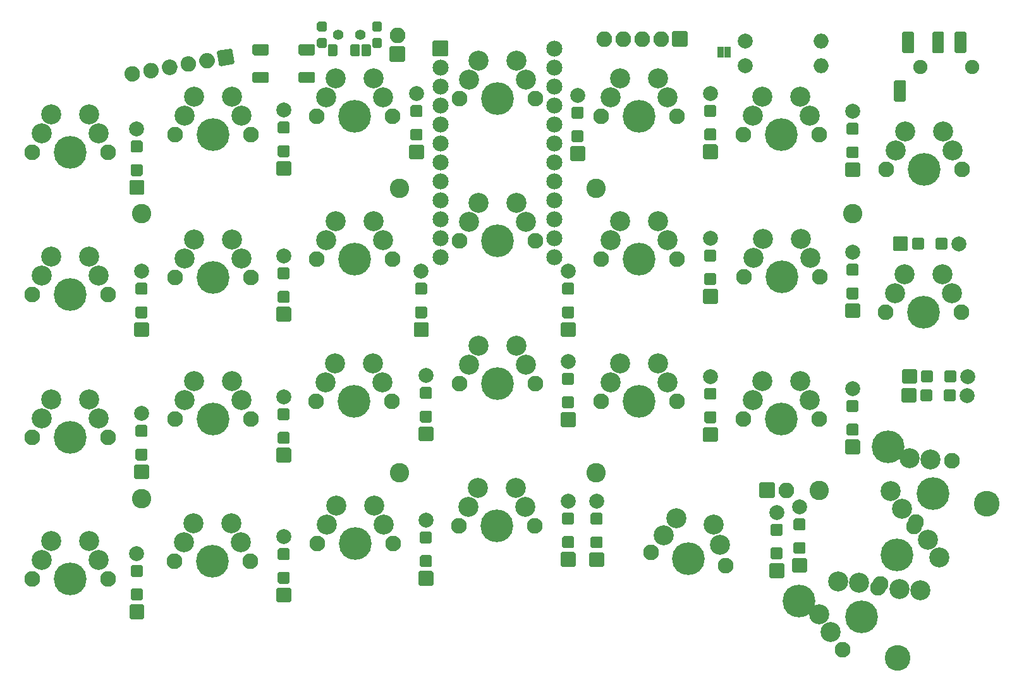
<source format=gbr>
%TF.GenerationSoftware,KiCad,Pcbnew,(5.1.10)-1*%
%TF.CreationDate,2021-10-25T17:00:00-06:00*%
%TF.ProjectId,ErgoTravel,4572676f-5472-4617-9665-6c2e6b696361,rev?*%
%TF.SameCoordinates,Original*%
%TF.FileFunction,Soldermask,Bot*%
%TF.FilePolarity,Negative*%
%FSLAX46Y46*%
G04 Gerber Fmt 4.6, Leading zero omitted, Abs format (unit mm)*
G04 Created by KiCad (PCBNEW (5.1.10)-1) date 2021-10-25 17:00:00*
%MOMM*%
%LPD*%
G01*
G04 APERTURE LIST*
%ADD10C,2.101800*%
%ADD11C,2.686000*%
%ADD12C,4.387800*%
%ADD13C,3.448000*%
%ADD14C,2.000000*%
%ADD15C,1.900000*%
%ADD16C,2.152600*%
%ADD17O,2.000000X2.000000*%
%ADD18C,2.600000*%
%ADD19O,2.100000X2.100000*%
%ADD20C,1.400000*%
G04 APERTURE END LIST*
D10*
%TO.C,K25*%
X197725698Y-113479428D03*
X192645698Y-122278246D03*
D11*
X199290403Y-115849280D03*
D12*
X195185698Y-117878837D03*
D11*
X198315107Y-122618542D03*
X200855107Y-118219132D03*
X195480403Y-122448394D03*
%TD*%
D13*
%TO.C,H1*%
X207184885Y-111065635D03*
X195284885Y-131677039D03*
D12*
X193986658Y-103445635D03*
X182086658Y-124057039D03*
%TD*%
D10*
%TO.C,K28*%
X197428008Y-114074808D03*
X202508008Y-105275990D03*
D11*
X195863303Y-111704956D03*
D12*
X199968008Y-109675399D03*
D11*
X196838599Y-104935694D03*
X194298599Y-109335104D03*
X199673303Y-105105842D03*
%TD*%
D10*
%TO.C,K27*%
X193657844Y-85377492D03*
X203817844Y-85377492D03*
D11*
X194927844Y-82837492D03*
D12*
X198737844Y-85377492D03*
D11*
X201277844Y-80297492D03*
X196197844Y-80297492D03*
X202547844Y-82837492D03*
%TD*%
D10*
%TO.C,K26*%
X193697978Y-66292754D03*
X203857978Y-66292754D03*
D11*
X194967978Y-63752754D03*
D12*
X198777978Y-66292754D03*
D11*
X201317978Y-61212754D03*
X196237978Y-61212754D03*
X202587978Y-63752754D03*
%TD*%
D10*
%TO.C,K24*%
X187862524Y-130619969D03*
X192942524Y-121821151D03*
D11*
X186297819Y-128250117D03*
D12*
X190402524Y-126220560D03*
D11*
X187273115Y-121480855D03*
X184733115Y-125880265D03*
X190107819Y-121651003D03*
%TD*%
D10*
%TO.C,K23*%
X174605684Y-99666612D03*
X184765684Y-99666612D03*
D11*
X175875684Y-97126612D03*
D12*
X179685684Y-99666612D03*
D11*
X182225684Y-94586612D03*
X177145684Y-94586612D03*
X183495684Y-97126612D03*
%TD*%
D10*
%TO.C,K22*%
X174665222Y-80673990D03*
X184825222Y-80673990D03*
D11*
X175935222Y-78133990D03*
D12*
X179745222Y-80673990D03*
D11*
X182285222Y-75593990D03*
X177205222Y-75593990D03*
X183555222Y-78133990D03*
%TD*%
D10*
%TO.C,K21*%
X174605684Y-61562292D03*
X184765684Y-61562292D03*
D11*
X175875684Y-59022292D03*
D12*
X179685684Y-61562292D03*
D11*
X182225684Y-56482292D03*
X177145684Y-56482292D03*
X183495684Y-59022292D03*
%TD*%
D10*
%TO.C,K20*%
X162239419Y-117538949D03*
X172245065Y-119303215D03*
D11*
X163931191Y-115258071D03*
D12*
X167242242Y-118421082D03*
D11*
X170625786Y-113859325D03*
X165622963Y-112977192D03*
X171435426Y-116581270D03*
%TD*%
D10*
%TO.C,K19*%
X155553524Y-97285092D03*
X165713524Y-97285092D03*
D11*
X156823524Y-94745092D03*
D12*
X160633524Y-97285092D03*
D11*
X163173524Y-92205092D03*
X158093524Y-92205092D03*
X164443524Y-94745092D03*
%TD*%
D10*
%TO.C,K18*%
X155553524Y-78292470D03*
X165713524Y-78292470D03*
D11*
X156823524Y-75752470D03*
D12*
X160633524Y-78292470D03*
D11*
X163173524Y-73212470D03*
X158093524Y-73212470D03*
X164443524Y-75752470D03*
%TD*%
D10*
%TO.C,K17*%
X155553524Y-59180772D03*
X165713524Y-59180772D03*
D11*
X156823524Y-56640772D03*
D12*
X160633524Y-59180772D03*
D11*
X163173524Y-54100772D03*
X158093524Y-54100772D03*
X164443524Y-56640772D03*
%TD*%
D10*
%TO.C,K16*%
X136501364Y-114015270D03*
X146661364Y-114015270D03*
D11*
X137771364Y-111475270D03*
D12*
X141581364Y-114015270D03*
D11*
X144121364Y-108935270D03*
X139041364Y-108935270D03*
X145391364Y-111475270D03*
%TD*%
D10*
%TO.C,K15*%
X136560902Y-94963110D03*
X146720902Y-94963110D03*
D11*
X137830902Y-92423110D03*
D12*
X141640902Y-94963110D03*
D11*
X144180902Y-89883110D03*
X139100902Y-89883110D03*
X145450902Y-92423110D03*
%TD*%
D10*
%TO.C,K14*%
X136541632Y-75851412D03*
X146701632Y-75851412D03*
D11*
X137811632Y-73311412D03*
D12*
X141621632Y-75851412D03*
D11*
X144161632Y-70771412D03*
X139081632Y-70771412D03*
X145431632Y-73311412D03*
%TD*%
D10*
%TO.C,K13*%
X136580172Y-56799252D03*
X146740172Y-56799252D03*
D11*
X137850172Y-54259252D03*
D12*
X141660172Y-56799252D03*
D11*
X144200172Y-51719252D03*
X139120172Y-51719252D03*
X145470172Y-54259252D03*
%TD*%
D10*
%TO.C,K12*%
X117489472Y-116396790D03*
X127649472Y-116396790D03*
D11*
X118759472Y-113856790D03*
D12*
X122569472Y-116396790D03*
D11*
X125109472Y-111316790D03*
X120029472Y-111316790D03*
X126379472Y-113856790D03*
%TD*%
D10*
%TO.C,K11*%
X117389666Y-97285092D03*
X127549666Y-97285092D03*
D11*
X118659666Y-94745092D03*
D12*
X122469666Y-97285092D03*
D11*
X125009666Y-92205092D03*
X119929666Y-92205092D03*
X126279666Y-94745092D03*
%TD*%
D10*
%TO.C,K10*%
X117449204Y-78292470D03*
X127609204Y-78292470D03*
D11*
X118719204Y-75752470D03*
D12*
X122529204Y-78292470D03*
D11*
X125069204Y-73212470D03*
X119989204Y-73212470D03*
X126339204Y-75752470D03*
%TD*%
D10*
%TO.C,K9*%
X117449204Y-59121234D03*
X127609204Y-59121234D03*
D11*
X118719204Y-56581234D03*
D12*
X122529204Y-59121234D03*
D11*
X125069204Y-54041234D03*
X119989204Y-54041234D03*
X126339204Y-56581234D03*
%TD*%
D10*
%TO.C,K8*%
X98397044Y-118778310D03*
X108557044Y-118778310D03*
D11*
X99667044Y-116238310D03*
D12*
X103477044Y-118778310D03*
D11*
X106017044Y-113698310D03*
X100937044Y-113698310D03*
X107287044Y-116238310D03*
%TD*%
D10*
%TO.C,K7*%
X98456582Y-99666612D03*
X108616582Y-99666612D03*
D11*
X99726582Y-97126612D03*
D12*
X103536582Y-99666612D03*
D11*
X106076582Y-94586612D03*
X100996582Y-94586612D03*
X107346582Y-97126612D03*
%TD*%
D10*
%TO.C,K6*%
X98456582Y-80733528D03*
X108616582Y-80733528D03*
D11*
X99726582Y-78193528D03*
D12*
X103536582Y-80733528D03*
D11*
X106076582Y-75653528D03*
X100996582Y-75653528D03*
X107346582Y-78193528D03*
%TD*%
D10*
%TO.C,K5*%
X98456582Y-61621830D03*
X108616582Y-61621830D03*
D11*
X99726582Y-59081830D03*
D12*
X103536582Y-61621830D03*
D11*
X106076582Y-56541830D03*
X100996582Y-56541830D03*
X107346582Y-59081830D03*
%TD*%
D10*
%TO.C,K4*%
X79344884Y-121100292D03*
X89504884Y-121100292D03*
D11*
X80614884Y-118560292D03*
D12*
X84424884Y-121100292D03*
D11*
X86964884Y-116020292D03*
X81884884Y-116020292D03*
X88234884Y-118560292D03*
%TD*%
D10*
%TO.C,K3*%
X79344884Y-102107670D03*
X89504884Y-102107670D03*
D11*
X80614884Y-99567670D03*
D12*
X84424884Y-102107670D03*
D11*
X86964884Y-97027670D03*
X81884884Y-97027670D03*
X88234884Y-99567670D03*
%TD*%
D10*
%TO.C,K2*%
X79344884Y-83055510D03*
X89504884Y-83055510D03*
D11*
X80614884Y-80515510D03*
D12*
X84424884Y-83055510D03*
D11*
X86964884Y-77975510D03*
X81884884Y-77975510D03*
X88234884Y-80515510D03*
%TD*%
D10*
%TO.C,K1*%
X79364288Y-63943812D03*
X89524288Y-63943812D03*
D11*
X80634288Y-61403812D03*
D12*
X84444288Y-63943812D03*
D11*
X86984288Y-58863812D03*
X81904288Y-58863812D03*
X88254288Y-61403812D03*
%TD*%
%TO.C,D1*%
G36*
G01*
X93945000Y-67145000D02*
X92745000Y-67145000D01*
G75*
G02*
X92545000Y-66945000I0J200000D01*
G01*
X92545000Y-65745000D01*
G75*
G02*
X92745000Y-65545000I200000J0D01*
G01*
X93945000Y-65545000D01*
G75*
G02*
X94145000Y-65745000I0J-200000D01*
G01*
X94145000Y-66945000D01*
G75*
G02*
X93945000Y-67145000I-200000J0D01*
G01*
G37*
G36*
G01*
X93945000Y-63995000D02*
X92745000Y-63995000D01*
G75*
G02*
X92545000Y-63795000I0J200000D01*
G01*
X92545000Y-62595000D01*
G75*
G02*
X92745000Y-62395000I200000J0D01*
G01*
X93945000Y-62395000D01*
G75*
G02*
X94145000Y-62595000I0J-200000D01*
G01*
X94145000Y-63795000D01*
G75*
G02*
X93945000Y-63995000I-200000J0D01*
G01*
G37*
G36*
G01*
X94145000Y-69670000D02*
X92545000Y-69670000D01*
G75*
G02*
X92345000Y-69470000I0J200000D01*
G01*
X92345000Y-67870000D01*
G75*
G02*
X92545000Y-67670000I200000J0D01*
G01*
X94145000Y-67670000D01*
G75*
G02*
X94345000Y-67870000I0J-200000D01*
G01*
X94345000Y-69470000D01*
G75*
G02*
X94145000Y-69670000I-200000J0D01*
G01*
G37*
D14*
X93345000Y-60870000D03*
%TD*%
%TO.C,D2*%
G36*
G01*
X94580000Y-86195000D02*
X93380000Y-86195000D01*
G75*
G02*
X93180000Y-85995000I0J200000D01*
G01*
X93180000Y-84795000D01*
G75*
G02*
X93380000Y-84595000I200000J0D01*
G01*
X94580000Y-84595000D01*
G75*
G02*
X94780000Y-84795000I0J-200000D01*
G01*
X94780000Y-85995000D01*
G75*
G02*
X94580000Y-86195000I-200000J0D01*
G01*
G37*
G36*
G01*
X94580000Y-83045000D02*
X93380000Y-83045000D01*
G75*
G02*
X93180000Y-82845000I0J200000D01*
G01*
X93180000Y-81645000D01*
G75*
G02*
X93380000Y-81445000I200000J0D01*
G01*
X94580000Y-81445000D01*
G75*
G02*
X94780000Y-81645000I0J-200000D01*
G01*
X94780000Y-82845000D01*
G75*
G02*
X94580000Y-83045000I-200000J0D01*
G01*
G37*
G36*
G01*
X94780000Y-88720000D02*
X93180000Y-88720000D01*
G75*
G02*
X92980000Y-88520000I0J200000D01*
G01*
X92980000Y-86920000D01*
G75*
G02*
X93180000Y-86720000I200000J0D01*
G01*
X94780000Y-86720000D01*
G75*
G02*
X94980000Y-86920000I0J-200000D01*
G01*
X94980000Y-88520000D01*
G75*
G02*
X94780000Y-88720000I-200000J0D01*
G01*
G37*
X93980000Y-79920000D03*
%TD*%
%TO.C,D3*%
G36*
G01*
X94580000Y-105245000D02*
X93380000Y-105245000D01*
G75*
G02*
X93180000Y-105045000I0J200000D01*
G01*
X93180000Y-103845000D01*
G75*
G02*
X93380000Y-103645000I200000J0D01*
G01*
X94580000Y-103645000D01*
G75*
G02*
X94780000Y-103845000I0J-200000D01*
G01*
X94780000Y-105045000D01*
G75*
G02*
X94580000Y-105245000I-200000J0D01*
G01*
G37*
G36*
G01*
X94580000Y-102095000D02*
X93380000Y-102095000D01*
G75*
G02*
X93180000Y-101895000I0J200000D01*
G01*
X93180000Y-100695000D01*
G75*
G02*
X93380000Y-100495000I200000J0D01*
G01*
X94580000Y-100495000D01*
G75*
G02*
X94780000Y-100695000I0J-200000D01*
G01*
X94780000Y-101895000D01*
G75*
G02*
X94580000Y-102095000I-200000J0D01*
G01*
G37*
G36*
G01*
X94780000Y-107770000D02*
X93180000Y-107770000D01*
G75*
G02*
X92980000Y-107570000I0J200000D01*
G01*
X92980000Y-105970000D01*
G75*
G02*
X93180000Y-105770000I200000J0D01*
G01*
X94780000Y-105770000D01*
G75*
G02*
X94980000Y-105970000I0J-200000D01*
G01*
X94980000Y-107570000D01*
G75*
G02*
X94780000Y-107770000I-200000J0D01*
G01*
G37*
X93980000Y-98970000D03*
%TD*%
%TO.C,D4*%
G36*
G01*
X93945000Y-123990000D02*
X92745000Y-123990000D01*
G75*
G02*
X92545000Y-123790000I0J200000D01*
G01*
X92545000Y-122590000D01*
G75*
G02*
X92745000Y-122390000I200000J0D01*
G01*
X93945000Y-122390000D01*
G75*
G02*
X94145000Y-122590000I0J-200000D01*
G01*
X94145000Y-123790000D01*
G75*
G02*
X93945000Y-123990000I-200000J0D01*
G01*
G37*
G36*
G01*
X93945000Y-120840000D02*
X92745000Y-120840000D01*
G75*
G02*
X92545000Y-120640000I0J200000D01*
G01*
X92545000Y-119440000D01*
G75*
G02*
X92745000Y-119240000I200000J0D01*
G01*
X93945000Y-119240000D01*
G75*
G02*
X94145000Y-119440000I0J-200000D01*
G01*
X94145000Y-120640000D01*
G75*
G02*
X93945000Y-120840000I-200000J0D01*
G01*
G37*
G36*
G01*
X94145000Y-126515000D02*
X92545000Y-126515000D01*
G75*
G02*
X92345000Y-126315000I0J200000D01*
G01*
X92345000Y-124715000D01*
G75*
G02*
X92545000Y-124515000I200000J0D01*
G01*
X94145000Y-124515000D01*
G75*
G02*
X94345000Y-124715000I0J-200000D01*
G01*
X94345000Y-126315000D01*
G75*
G02*
X94145000Y-126515000I-200000J0D01*
G01*
G37*
X93345000Y-117715000D03*
%TD*%
%TO.C,D5*%
G36*
G01*
X113630000Y-64605000D02*
X112430000Y-64605000D01*
G75*
G02*
X112230000Y-64405000I0J200000D01*
G01*
X112230000Y-63205000D01*
G75*
G02*
X112430000Y-63005000I200000J0D01*
G01*
X113630000Y-63005000D01*
G75*
G02*
X113830000Y-63205000I0J-200000D01*
G01*
X113830000Y-64405000D01*
G75*
G02*
X113630000Y-64605000I-200000J0D01*
G01*
G37*
G36*
G01*
X113630000Y-61455000D02*
X112430000Y-61455000D01*
G75*
G02*
X112230000Y-61255000I0J200000D01*
G01*
X112230000Y-60055000D01*
G75*
G02*
X112430000Y-59855000I200000J0D01*
G01*
X113630000Y-59855000D01*
G75*
G02*
X113830000Y-60055000I0J-200000D01*
G01*
X113830000Y-61255000D01*
G75*
G02*
X113630000Y-61455000I-200000J0D01*
G01*
G37*
G36*
G01*
X113830000Y-67130000D02*
X112230000Y-67130000D01*
G75*
G02*
X112030000Y-66930000I0J200000D01*
G01*
X112030000Y-65330000D01*
G75*
G02*
X112230000Y-65130000I200000J0D01*
G01*
X113830000Y-65130000D01*
G75*
G02*
X114030000Y-65330000I0J-200000D01*
G01*
X114030000Y-66930000D01*
G75*
G02*
X113830000Y-67130000I-200000J0D01*
G01*
G37*
X113030000Y-58330000D03*
%TD*%
%TO.C,D6*%
G36*
G01*
X113630000Y-84130000D02*
X112430000Y-84130000D01*
G75*
G02*
X112230000Y-83930000I0J200000D01*
G01*
X112230000Y-82730000D01*
G75*
G02*
X112430000Y-82530000I200000J0D01*
G01*
X113630000Y-82530000D01*
G75*
G02*
X113830000Y-82730000I0J-200000D01*
G01*
X113830000Y-83930000D01*
G75*
G02*
X113630000Y-84130000I-200000J0D01*
G01*
G37*
G36*
G01*
X113630000Y-80980000D02*
X112430000Y-80980000D01*
G75*
G02*
X112230000Y-80780000I0J200000D01*
G01*
X112230000Y-79580000D01*
G75*
G02*
X112430000Y-79380000I200000J0D01*
G01*
X113630000Y-79380000D01*
G75*
G02*
X113830000Y-79580000I0J-200000D01*
G01*
X113830000Y-80780000D01*
G75*
G02*
X113630000Y-80980000I-200000J0D01*
G01*
G37*
G36*
G01*
X113830000Y-86655000D02*
X112230000Y-86655000D01*
G75*
G02*
X112030000Y-86455000I0J200000D01*
G01*
X112030000Y-84855000D01*
G75*
G02*
X112230000Y-84655000I200000J0D01*
G01*
X113830000Y-84655000D01*
G75*
G02*
X114030000Y-84855000I0J-200000D01*
G01*
X114030000Y-86455000D01*
G75*
G02*
X113830000Y-86655000I-200000J0D01*
G01*
G37*
X113030000Y-77855000D03*
%TD*%
%TO.C,D7*%
G36*
G01*
X113630000Y-103010000D02*
X112430000Y-103010000D01*
G75*
G02*
X112230000Y-102810000I0J200000D01*
G01*
X112230000Y-101610000D01*
G75*
G02*
X112430000Y-101410000I200000J0D01*
G01*
X113630000Y-101410000D01*
G75*
G02*
X113830000Y-101610000I0J-200000D01*
G01*
X113830000Y-102810000D01*
G75*
G02*
X113630000Y-103010000I-200000J0D01*
G01*
G37*
G36*
G01*
X113630000Y-99860000D02*
X112430000Y-99860000D01*
G75*
G02*
X112230000Y-99660000I0J200000D01*
G01*
X112230000Y-98460000D01*
G75*
G02*
X112430000Y-98260000I200000J0D01*
G01*
X113630000Y-98260000D01*
G75*
G02*
X113830000Y-98460000I0J-200000D01*
G01*
X113830000Y-99660000D01*
G75*
G02*
X113630000Y-99860000I-200000J0D01*
G01*
G37*
G36*
G01*
X113830000Y-105535000D02*
X112230000Y-105535000D01*
G75*
G02*
X112030000Y-105335000I0J200000D01*
G01*
X112030000Y-103735000D01*
G75*
G02*
X112230000Y-103535000I200000J0D01*
G01*
X113830000Y-103535000D01*
G75*
G02*
X114030000Y-103735000I0J-200000D01*
G01*
X114030000Y-105335000D01*
G75*
G02*
X113830000Y-105535000I-200000J0D01*
G01*
G37*
X113030000Y-96735000D03*
%TD*%
%TO.C,D8*%
G36*
G01*
X113630000Y-121755000D02*
X112430000Y-121755000D01*
G75*
G02*
X112230000Y-121555000I0J200000D01*
G01*
X112230000Y-120355000D01*
G75*
G02*
X112430000Y-120155000I200000J0D01*
G01*
X113630000Y-120155000D01*
G75*
G02*
X113830000Y-120355000I0J-200000D01*
G01*
X113830000Y-121555000D01*
G75*
G02*
X113630000Y-121755000I-200000J0D01*
G01*
G37*
G36*
G01*
X113630000Y-118605000D02*
X112430000Y-118605000D01*
G75*
G02*
X112230000Y-118405000I0J200000D01*
G01*
X112230000Y-117205000D01*
G75*
G02*
X112430000Y-117005000I200000J0D01*
G01*
X113630000Y-117005000D01*
G75*
G02*
X113830000Y-117205000I0J-200000D01*
G01*
X113830000Y-118405000D01*
G75*
G02*
X113630000Y-118605000I-200000J0D01*
G01*
G37*
G36*
G01*
X113830000Y-124280000D02*
X112230000Y-124280000D01*
G75*
G02*
X112030000Y-124080000I0J200000D01*
G01*
X112030000Y-122480000D01*
G75*
G02*
X112230000Y-122280000I200000J0D01*
G01*
X113830000Y-122280000D01*
G75*
G02*
X114030000Y-122480000I0J-200000D01*
G01*
X114030000Y-124080000D01*
G75*
G02*
X113830000Y-124280000I-200000J0D01*
G01*
G37*
X113030000Y-115480000D03*
%TD*%
%TO.C,D9*%
G36*
G01*
X131410000Y-62395000D02*
X130210000Y-62395000D01*
G75*
G02*
X130010000Y-62195000I0J200000D01*
G01*
X130010000Y-60995000D01*
G75*
G02*
X130210000Y-60795000I200000J0D01*
G01*
X131410000Y-60795000D01*
G75*
G02*
X131610000Y-60995000I0J-200000D01*
G01*
X131610000Y-62195000D01*
G75*
G02*
X131410000Y-62395000I-200000J0D01*
G01*
G37*
G36*
G01*
X131410000Y-59245000D02*
X130210000Y-59245000D01*
G75*
G02*
X130010000Y-59045000I0J200000D01*
G01*
X130010000Y-57845000D01*
G75*
G02*
X130210000Y-57645000I200000J0D01*
G01*
X131410000Y-57645000D01*
G75*
G02*
X131610000Y-57845000I0J-200000D01*
G01*
X131610000Y-59045000D01*
G75*
G02*
X131410000Y-59245000I-200000J0D01*
G01*
G37*
G36*
G01*
X131610000Y-64920000D02*
X130010000Y-64920000D01*
G75*
G02*
X129810000Y-64720000I0J200000D01*
G01*
X129810000Y-63120000D01*
G75*
G02*
X130010000Y-62920000I200000J0D01*
G01*
X131610000Y-62920000D01*
G75*
G02*
X131810000Y-63120000I0J-200000D01*
G01*
X131810000Y-64720000D01*
G75*
G02*
X131610000Y-64920000I-200000J0D01*
G01*
G37*
X130810000Y-56120000D03*
%TD*%
%TO.C,D10*%
G36*
G01*
X132045000Y-86195000D02*
X130845000Y-86195000D01*
G75*
G02*
X130645000Y-85995000I0J200000D01*
G01*
X130645000Y-84795000D01*
G75*
G02*
X130845000Y-84595000I200000J0D01*
G01*
X132045000Y-84595000D01*
G75*
G02*
X132245000Y-84795000I0J-200000D01*
G01*
X132245000Y-85995000D01*
G75*
G02*
X132045000Y-86195000I-200000J0D01*
G01*
G37*
G36*
G01*
X132045000Y-83045000D02*
X130845000Y-83045000D01*
G75*
G02*
X130645000Y-82845000I0J200000D01*
G01*
X130645000Y-81645000D01*
G75*
G02*
X130845000Y-81445000I200000J0D01*
G01*
X132045000Y-81445000D01*
G75*
G02*
X132245000Y-81645000I0J-200000D01*
G01*
X132245000Y-82845000D01*
G75*
G02*
X132045000Y-83045000I-200000J0D01*
G01*
G37*
G36*
G01*
X132245000Y-88720000D02*
X130645000Y-88720000D01*
G75*
G02*
X130445000Y-88520000I0J200000D01*
G01*
X130445000Y-86920000D01*
G75*
G02*
X130645000Y-86720000I200000J0D01*
G01*
X132245000Y-86720000D01*
G75*
G02*
X132445000Y-86920000I0J-200000D01*
G01*
X132445000Y-88520000D01*
G75*
G02*
X132245000Y-88720000I-200000J0D01*
G01*
G37*
X131445000Y-79920000D03*
%TD*%
%TO.C,D11*%
G36*
G01*
X132680000Y-100165000D02*
X131480000Y-100165000D01*
G75*
G02*
X131280000Y-99965000I0J200000D01*
G01*
X131280000Y-98765000D01*
G75*
G02*
X131480000Y-98565000I200000J0D01*
G01*
X132680000Y-98565000D01*
G75*
G02*
X132880000Y-98765000I0J-200000D01*
G01*
X132880000Y-99965000D01*
G75*
G02*
X132680000Y-100165000I-200000J0D01*
G01*
G37*
G36*
G01*
X132680000Y-97015000D02*
X131480000Y-97015000D01*
G75*
G02*
X131280000Y-96815000I0J200000D01*
G01*
X131280000Y-95615000D01*
G75*
G02*
X131480000Y-95415000I200000J0D01*
G01*
X132680000Y-95415000D01*
G75*
G02*
X132880000Y-95615000I0J-200000D01*
G01*
X132880000Y-96815000D01*
G75*
G02*
X132680000Y-97015000I-200000J0D01*
G01*
G37*
G36*
G01*
X132880000Y-102690000D02*
X131280000Y-102690000D01*
G75*
G02*
X131080000Y-102490000I0J200000D01*
G01*
X131080000Y-100890000D01*
G75*
G02*
X131280000Y-100690000I200000J0D01*
G01*
X132880000Y-100690000D01*
G75*
G02*
X133080000Y-100890000I0J-200000D01*
G01*
X133080000Y-102490000D01*
G75*
G02*
X132880000Y-102690000I-200000J0D01*
G01*
G37*
X132080000Y-93890000D03*
%TD*%
%TO.C,D12*%
G36*
G01*
X132680000Y-119520000D02*
X131480000Y-119520000D01*
G75*
G02*
X131280000Y-119320000I0J200000D01*
G01*
X131280000Y-118120000D01*
G75*
G02*
X131480000Y-117920000I200000J0D01*
G01*
X132680000Y-117920000D01*
G75*
G02*
X132880000Y-118120000I0J-200000D01*
G01*
X132880000Y-119320000D01*
G75*
G02*
X132680000Y-119520000I-200000J0D01*
G01*
G37*
G36*
G01*
X132680000Y-116370000D02*
X131480000Y-116370000D01*
G75*
G02*
X131280000Y-116170000I0J200000D01*
G01*
X131280000Y-114970000D01*
G75*
G02*
X131480000Y-114770000I200000J0D01*
G01*
X132680000Y-114770000D01*
G75*
G02*
X132880000Y-114970000I0J-200000D01*
G01*
X132880000Y-116170000D01*
G75*
G02*
X132680000Y-116370000I-200000J0D01*
G01*
G37*
G36*
G01*
X132880000Y-122045000D02*
X131280000Y-122045000D01*
G75*
G02*
X131080000Y-121845000I0J200000D01*
G01*
X131080000Y-120245000D01*
G75*
G02*
X131280000Y-120045000I200000J0D01*
G01*
X132880000Y-120045000D01*
G75*
G02*
X133080000Y-120245000I0J-200000D01*
G01*
X133080000Y-121845000D01*
G75*
G02*
X132880000Y-122045000I-200000J0D01*
G01*
G37*
X132080000Y-113245000D03*
%TD*%
%TO.C,D13*%
G36*
G01*
X153000000Y-62610000D02*
X151800000Y-62610000D01*
G75*
G02*
X151600000Y-62410000I0J200000D01*
G01*
X151600000Y-61210000D01*
G75*
G02*
X151800000Y-61010000I200000J0D01*
G01*
X153000000Y-61010000D01*
G75*
G02*
X153200000Y-61210000I0J-200000D01*
G01*
X153200000Y-62410000D01*
G75*
G02*
X153000000Y-62610000I-200000J0D01*
G01*
G37*
G36*
G01*
X153000000Y-59460000D02*
X151800000Y-59460000D01*
G75*
G02*
X151600000Y-59260000I0J200000D01*
G01*
X151600000Y-58060000D01*
G75*
G02*
X151800000Y-57860000I200000J0D01*
G01*
X153000000Y-57860000D01*
G75*
G02*
X153200000Y-58060000I0J-200000D01*
G01*
X153200000Y-59260000D01*
G75*
G02*
X153000000Y-59460000I-200000J0D01*
G01*
G37*
G36*
G01*
X153200000Y-65135000D02*
X151600000Y-65135000D01*
G75*
G02*
X151400000Y-64935000I0J200000D01*
G01*
X151400000Y-63335000D01*
G75*
G02*
X151600000Y-63135000I200000J0D01*
G01*
X153200000Y-63135000D01*
G75*
G02*
X153400000Y-63335000I0J-200000D01*
G01*
X153400000Y-64935000D01*
G75*
G02*
X153200000Y-65135000I-200000J0D01*
G01*
G37*
X152400000Y-56335000D03*
%TD*%
%TO.C,D14*%
G36*
G01*
X151730000Y-86195000D02*
X150530000Y-86195000D01*
G75*
G02*
X150330000Y-85995000I0J200000D01*
G01*
X150330000Y-84795000D01*
G75*
G02*
X150530000Y-84595000I200000J0D01*
G01*
X151730000Y-84595000D01*
G75*
G02*
X151930000Y-84795000I0J-200000D01*
G01*
X151930000Y-85995000D01*
G75*
G02*
X151730000Y-86195000I-200000J0D01*
G01*
G37*
G36*
G01*
X151730000Y-83045000D02*
X150530000Y-83045000D01*
G75*
G02*
X150330000Y-82845000I0J200000D01*
G01*
X150330000Y-81645000D01*
G75*
G02*
X150530000Y-81445000I200000J0D01*
G01*
X151730000Y-81445000D01*
G75*
G02*
X151930000Y-81645000I0J-200000D01*
G01*
X151930000Y-82845000D01*
G75*
G02*
X151730000Y-83045000I-200000J0D01*
G01*
G37*
G36*
G01*
X151930000Y-88720000D02*
X150330000Y-88720000D01*
G75*
G02*
X150130000Y-88520000I0J200000D01*
G01*
X150130000Y-86920000D01*
G75*
G02*
X150330000Y-86720000I200000J0D01*
G01*
X151930000Y-86720000D01*
G75*
G02*
X152130000Y-86920000I0J-200000D01*
G01*
X152130000Y-88520000D01*
G75*
G02*
X151930000Y-88720000I-200000J0D01*
G01*
G37*
X151130000Y-79920000D03*
%TD*%
%TO.C,D15*%
G36*
G01*
X151730000Y-98260000D02*
X150530000Y-98260000D01*
G75*
G02*
X150330000Y-98060000I0J200000D01*
G01*
X150330000Y-96860000D01*
G75*
G02*
X150530000Y-96660000I200000J0D01*
G01*
X151730000Y-96660000D01*
G75*
G02*
X151930000Y-96860000I0J-200000D01*
G01*
X151930000Y-98060000D01*
G75*
G02*
X151730000Y-98260000I-200000J0D01*
G01*
G37*
G36*
G01*
X151730000Y-95110000D02*
X150530000Y-95110000D01*
G75*
G02*
X150330000Y-94910000I0J200000D01*
G01*
X150330000Y-93710000D01*
G75*
G02*
X150530000Y-93510000I200000J0D01*
G01*
X151730000Y-93510000D01*
G75*
G02*
X151930000Y-93710000I0J-200000D01*
G01*
X151930000Y-94910000D01*
G75*
G02*
X151730000Y-95110000I-200000J0D01*
G01*
G37*
G36*
G01*
X151930000Y-100785000D02*
X150330000Y-100785000D01*
G75*
G02*
X150130000Y-100585000I0J200000D01*
G01*
X150130000Y-98985000D01*
G75*
G02*
X150330000Y-98785000I200000J0D01*
G01*
X151930000Y-98785000D01*
G75*
G02*
X152130000Y-98985000I0J-200000D01*
G01*
X152130000Y-100585000D01*
G75*
G02*
X151930000Y-100785000I-200000J0D01*
G01*
G37*
X151130000Y-91985000D03*
%TD*%
%TO.C,D16*%
G36*
G01*
X151730000Y-116980000D02*
X150530000Y-116980000D01*
G75*
G02*
X150330000Y-116780000I0J200000D01*
G01*
X150330000Y-115580000D01*
G75*
G02*
X150530000Y-115380000I200000J0D01*
G01*
X151730000Y-115380000D01*
G75*
G02*
X151930000Y-115580000I0J-200000D01*
G01*
X151930000Y-116780000D01*
G75*
G02*
X151730000Y-116980000I-200000J0D01*
G01*
G37*
G36*
G01*
X151730000Y-113830000D02*
X150530000Y-113830000D01*
G75*
G02*
X150330000Y-113630000I0J200000D01*
G01*
X150330000Y-112430000D01*
G75*
G02*
X150530000Y-112230000I200000J0D01*
G01*
X151730000Y-112230000D01*
G75*
G02*
X151930000Y-112430000I0J-200000D01*
G01*
X151930000Y-113630000D01*
G75*
G02*
X151730000Y-113830000I-200000J0D01*
G01*
G37*
G36*
G01*
X151930000Y-119505000D02*
X150330000Y-119505000D01*
G75*
G02*
X150130000Y-119305000I0J200000D01*
G01*
X150130000Y-117705000D01*
G75*
G02*
X150330000Y-117505000I200000J0D01*
G01*
X151930000Y-117505000D01*
G75*
G02*
X152130000Y-117705000I0J-200000D01*
G01*
X152130000Y-119305000D01*
G75*
G02*
X151930000Y-119505000I-200000J0D01*
G01*
G37*
X151130000Y-110705000D03*
%TD*%
%TO.C,D17*%
G36*
G01*
X170780000Y-62370000D02*
X169580000Y-62370000D01*
G75*
G02*
X169380000Y-62170000I0J200000D01*
G01*
X169380000Y-60970000D01*
G75*
G02*
X169580000Y-60770000I200000J0D01*
G01*
X170780000Y-60770000D01*
G75*
G02*
X170980000Y-60970000I0J-200000D01*
G01*
X170980000Y-62170000D01*
G75*
G02*
X170780000Y-62370000I-200000J0D01*
G01*
G37*
G36*
G01*
X170780000Y-59220000D02*
X169580000Y-59220000D01*
G75*
G02*
X169380000Y-59020000I0J200000D01*
G01*
X169380000Y-57820000D01*
G75*
G02*
X169580000Y-57620000I200000J0D01*
G01*
X170780000Y-57620000D01*
G75*
G02*
X170980000Y-57820000I0J-200000D01*
G01*
X170980000Y-59020000D01*
G75*
G02*
X170780000Y-59220000I-200000J0D01*
G01*
G37*
G36*
G01*
X170980000Y-64895000D02*
X169380000Y-64895000D01*
G75*
G02*
X169180000Y-64695000I0J200000D01*
G01*
X169180000Y-63095000D01*
G75*
G02*
X169380000Y-62895000I200000J0D01*
G01*
X170980000Y-62895000D01*
G75*
G02*
X171180000Y-63095000I0J-200000D01*
G01*
X171180000Y-64695000D01*
G75*
G02*
X170980000Y-64895000I-200000J0D01*
G01*
G37*
X170180000Y-56095000D03*
%TD*%
%TO.C,D18*%
G36*
G01*
X170780000Y-81750000D02*
X169580000Y-81750000D01*
G75*
G02*
X169380000Y-81550000I0J200000D01*
G01*
X169380000Y-80350000D01*
G75*
G02*
X169580000Y-80150000I200000J0D01*
G01*
X170780000Y-80150000D01*
G75*
G02*
X170980000Y-80350000I0J-200000D01*
G01*
X170980000Y-81550000D01*
G75*
G02*
X170780000Y-81750000I-200000J0D01*
G01*
G37*
G36*
G01*
X170780000Y-78600000D02*
X169580000Y-78600000D01*
G75*
G02*
X169380000Y-78400000I0J200000D01*
G01*
X169380000Y-77200000D01*
G75*
G02*
X169580000Y-77000000I200000J0D01*
G01*
X170780000Y-77000000D01*
G75*
G02*
X170980000Y-77200000I0J-200000D01*
G01*
X170980000Y-78400000D01*
G75*
G02*
X170780000Y-78600000I-200000J0D01*
G01*
G37*
G36*
G01*
X170980000Y-84275000D02*
X169380000Y-84275000D01*
G75*
G02*
X169180000Y-84075000I0J200000D01*
G01*
X169180000Y-82475000D01*
G75*
G02*
X169380000Y-82275000I200000J0D01*
G01*
X170980000Y-82275000D01*
G75*
G02*
X171180000Y-82475000I0J-200000D01*
G01*
X171180000Y-84075000D01*
G75*
G02*
X170980000Y-84275000I-200000J0D01*
G01*
G37*
X170180000Y-75475000D03*
%TD*%
%TO.C,D19*%
G36*
G01*
X170780000Y-100255000D02*
X169580000Y-100255000D01*
G75*
G02*
X169380000Y-100055000I0J200000D01*
G01*
X169380000Y-98855000D01*
G75*
G02*
X169580000Y-98655000I200000J0D01*
G01*
X170780000Y-98655000D01*
G75*
G02*
X170980000Y-98855000I0J-200000D01*
G01*
X170980000Y-100055000D01*
G75*
G02*
X170780000Y-100255000I-200000J0D01*
G01*
G37*
G36*
G01*
X170780000Y-97105000D02*
X169580000Y-97105000D01*
G75*
G02*
X169380000Y-96905000I0J200000D01*
G01*
X169380000Y-95705000D01*
G75*
G02*
X169580000Y-95505000I200000J0D01*
G01*
X170780000Y-95505000D01*
G75*
G02*
X170980000Y-95705000I0J-200000D01*
G01*
X170980000Y-96905000D01*
G75*
G02*
X170780000Y-97105000I-200000J0D01*
G01*
G37*
G36*
G01*
X170980000Y-102780000D02*
X169380000Y-102780000D01*
G75*
G02*
X169180000Y-102580000I0J200000D01*
G01*
X169180000Y-100980000D01*
G75*
G02*
X169380000Y-100780000I200000J0D01*
G01*
X170980000Y-100780000D01*
G75*
G02*
X171180000Y-100980000I0J-200000D01*
G01*
X171180000Y-102580000D01*
G75*
G02*
X170980000Y-102780000I-200000J0D01*
G01*
G37*
X170180000Y-93980000D03*
%TD*%
%TO.C,D20*%
G36*
G01*
X179670000Y-118490000D02*
X178470000Y-118490000D01*
G75*
G02*
X178270000Y-118290000I0J200000D01*
G01*
X178270000Y-117090000D01*
G75*
G02*
X178470000Y-116890000I200000J0D01*
G01*
X179670000Y-116890000D01*
G75*
G02*
X179870000Y-117090000I0J-200000D01*
G01*
X179870000Y-118290000D01*
G75*
G02*
X179670000Y-118490000I-200000J0D01*
G01*
G37*
G36*
G01*
X179670000Y-115340000D02*
X178470000Y-115340000D01*
G75*
G02*
X178270000Y-115140000I0J200000D01*
G01*
X178270000Y-113940000D01*
G75*
G02*
X178470000Y-113740000I200000J0D01*
G01*
X179670000Y-113740000D01*
G75*
G02*
X179870000Y-113940000I0J-200000D01*
G01*
X179870000Y-115140000D01*
G75*
G02*
X179670000Y-115340000I-200000J0D01*
G01*
G37*
G36*
G01*
X179870000Y-121015000D02*
X178270000Y-121015000D01*
G75*
G02*
X178070000Y-120815000I0J200000D01*
G01*
X178070000Y-119215000D01*
G75*
G02*
X178270000Y-119015000I200000J0D01*
G01*
X179870000Y-119015000D01*
G75*
G02*
X180070000Y-119215000I0J-200000D01*
G01*
X180070000Y-120815000D01*
G75*
G02*
X179870000Y-121015000I-200000J0D01*
G01*
G37*
X179070000Y-112215000D03*
%TD*%
%TO.C,D21*%
G36*
G01*
X189830000Y-64765000D02*
X188630000Y-64765000D01*
G75*
G02*
X188430000Y-64565000I0J200000D01*
G01*
X188430000Y-63365000D01*
G75*
G02*
X188630000Y-63165000I200000J0D01*
G01*
X189830000Y-63165000D01*
G75*
G02*
X190030000Y-63365000I0J-200000D01*
G01*
X190030000Y-64565000D01*
G75*
G02*
X189830000Y-64765000I-200000J0D01*
G01*
G37*
G36*
G01*
X189830000Y-61615000D02*
X188630000Y-61615000D01*
G75*
G02*
X188430000Y-61415000I0J200000D01*
G01*
X188430000Y-60215000D01*
G75*
G02*
X188630000Y-60015000I200000J0D01*
G01*
X189830000Y-60015000D01*
G75*
G02*
X190030000Y-60215000I0J-200000D01*
G01*
X190030000Y-61415000D01*
G75*
G02*
X189830000Y-61615000I-200000J0D01*
G01*
G37*
G36*
G01*
X190030000Y-67290000D02*
X188430000Y-67290000D01*
G75*
G02*
X188230000Y-67090000I0J200000D01*
G01*
X188230000Y-65490000D01*
G75*
G02*
X188430000Y-65290000I200000J0D01*
G01*
X190030000Y-65290000D01*
G75*
G02*
X190230000Y-65490000I0J-200000D01*
G01*
X190230000Y-67090000D01*
G75*
G02*
X190030000Y-67290000I-200000J0D01*
G01*
G37*
X189230000Y-58490000D03*
%TD*%
%TO.C,D22*%
G36*
G01*
X189830000Y-83655000D02*
X188630000Y-83655000D01*
G75*
G02*
X188430000Y-83455000I0J200000D01*
G01*
X188430000Y-82255000D01*
G75*
G02*
X188630000Y-82055000I200000J0D01*
G01*
X189830000Y-82055000D01*
G75*
G02*
X190030000Y-82255000I0J-200000D01*
G01*
X190030000Y-83455000D01*
G75*
G02*
X189830000Y-83655000I-200000J0D01*
G01*
G37*
G36*
G01*
X189830000Y-80505000D02*
X188630000Y-80505000D01*
G75*
G02*
X188430000Y-80305000I0J200000D01*
G01*
X188430000Y-79105000D01*
G75*
G02*
X188630000Y-78905000I200000J0D01*
G01*
X189830000Y-78905000D01*
G75*
G02*
X190030000Y-79105000I0J-200000D01*
G01*
X190030000Y-80305000D01*
G75*
G02*
X189830000Y-80505000I-200000J0D01*
G01*
G37*
G36*
G01*
X190030000Y-86180000D02*
X188430000Y-86180000D01*
G75*
G02*
X188230000Y-85980000I0J200000D01*
G01*
X188230000Y-84380000D01*
G75*
G02*
X188430000Y-84180000I200000J0D01*
G01*
X190030000Y-84180000D01*
G75*
G02*
X190230000Y-84380000I0J-200000D01*
G01*
X190230000Y-85980000D01*
G75*
G02*
X190030000Y-86180000I-200000J0D01*
G01*
G37*
X189230000Y-77380000D03*
%TD*%
%TO.C,D23*%
G36*
G01*
X189830000Y-101910000D02*
X188630000Y-101910000D01*
G75*
G02*
X188430000Y-101710000I0J200000D01*
G01*
X188430000Y-100510000D01*
G75*
G02*
X188630000Y-100310000I200000J0D01*
G01*
X189830000Y-100310000D01*
G75*
G02*
X190030000Y-100510000I0J-200000D01*
G01*
X190030000Y-101710000D01*
G75*
G02*
X189830000Y-101910000I-200000J0D01*
G01*
G37*
G36*
G01*
X189830000Y-98760000D02*
X188630000Y-98760000D01*
G75*
G02*
X188430000Y-98560000I0J200000D01*
G01*
X188430000Y-97360000D01*
G75*
G02*
X188630000Y-97160000I200000J0D01*
G01*
X189830000Y-97160000D01*
G75*
G02*
X190030000Y-97360000I0J-200000D01*
G01*
X190030000Y-98560000D01*
G75*
G02*
X189830000Y-98760000I-200000J0D01*
G01*
G37*
G36*
G01*
X190030000Y-104435000D02*
X188430000Y-104435000D01*
G75*
G02*
X188230000Y-104235000I0J200000D01*
G01*
X188230000Y-102635000D01*
G75*
G02*
X188430000Y-102435000I200000J0D01*
G01*
X190030000Y-102435000D01*
G75*
G02*
X190230000Y-102635000I0J-200000D01*
G01*
X190230000Y-104235000D01*
G75*
G02*
X190030000Y-104435000I-200000J0D01*
G01*
G37*
X189230000Y-95635000D03*
%TD*%
%TO.C,D24*%
G36*
G01*
X182718000Y-117767000D02*
X181518000Y-117767000D01*
G75*
G02*
X181318000Y-117567000I0J200000D01*
G01*
X181318000Y-116367000D01*
G75*
G02*
X181518000Y-116167000I200000J0D01*
G01*
X182718000Y-116167000D01*
G75*
G02*
X182918000Y-116367000I0J-200000D01*
G01*
X182918000Y-117567000D01*
G75*
G02*
X182718000Y-117767000I-200000J0D01*
G01*
G37*
G36*
G01*
X182718000Y-114617000D02*
X181518000Y-114617000D01*
G75*
G02*
X181318000Y-114417000I0J200000D01*
G01*
X181318000Y-113217000D01*
G75*
G02*
X181518000Y-113017000I200000J0D01*
G01*
X182718000Y-113017000D01*
G75*
G02*
X182918000Y-113217000I0J-200000D01*
G01*
X182918000Y-114417000D01*
G75*
G02*
X182718000Y-114617000I-200000J0D01*
G01*
G37*
G36*
G01*
X182918000Y-120292000D02*
X181318000Y-120292000D01*
G75*
G02*
X181118000Y-120092000I0J200000D01*
G01*
X181118000Y-118492000D01*
G75*
G02*
X181318000Y-118292000I200000J0D01*
G01*
X182918000Y-118292000D01*
G75*
G02*
X183118000Y-118492000I0J-200000D01*
G01*
X183118000Y-120092000D01*
G75*
G02*
X182918000Y-120292000I-200000J0D01*
G01*
G37*
X182118000Y-111492000D03*
%TD*%
%TO.C,D25*%
G36*
G01*
X197175000Y-76800000D02*
X197175000Y-75600000D01*
G75*
G02*
X197375000Y-75400000I200000J0D01*
G01*
X198575000Y-75400000D01*
G75*
G02*
X198775000Y-75600000I0J-200000D01*
G01*
X198775000Y-76800000D01*
G75*
G02*
X198575000Y-77000000I-200000J0D01*
G01*
X197375000Y-77000000D01*
G75*
G02*
X197175000Y-76800000I0J200000D01*
G01*
G37*
G36*
G01*
X200325000Y-76800000D02*
X200325000Y-75600000D01*
G75*
G02*
X200525000Y-75400000I200000J0D01*
G01*
X201725000Y-75400000D01*
G75*
G02*
X201925000Y-75600000I0J-200000D01*
G01*
X201925000Y-76800000D01*
G75*
G02*
X201725000Y-77000000I-200000J0D01*
G01*
X200525000Y-77000000D01*
G75*
G02*
X200325000Y-76800000I0J200000D01*
G01*
G37*
G36*
G01*
X194650000Y-77000000D02*
X194650000Y-75400000D01*
G75*
G02*
X194850000Y-75200000I200000J0D01*
G01*
X196450000Y-75200000D01*
G75*
G02*
X196650000Y-75400000I0J-200000D01*
G01*
X196650000Y-77000000D01*
G75*
G02*
X196450000Y-77200000I-200000J0D01*
G01*
X194850000Y-77200000D01*
G75*
G02*
X194650000Y-77000000I0J200000D01*
G01*
G37*
X203450000Y-76200000D03*
%TD*%
%TO.C,D26*%
G36*
G01*
X198375000Y-94580000D02*
X198375000Y-93380000D01*
G75*
G02*
X198575000Y-93180000I200000J0D01*
G01*
X199775000Y-93180000D01*
G75*
G02*
X199975000Y-93380000I0J-200000D01*
G01*
X199975000Y-94580000D01*
G75*
G02*
X199775000Y-94780000I-200000J0D01*
G01*
X198575000Y-94780000D01*
G75*
G02*
X198375000Y-94580000I0J200000D01*
G01*
G37*
G36*
G01*
X201525000Y-94580000D02*
X201525000Y-93380000D01*
G75*
G02*
X201725000Y-93180000I200000J0D01*
G01*
X202925000Y-93180000D01*
G75*
G02*
X203125000Y-93380000I0J-200000D01*
G01*
X203125000Y-94580000D01*
G75*
G02*
X202925000Y-94780000I-200000J0D01*
G01*
X201725000Y-94780000D01*
G75*
G02*
X201525000Y-94580000I0J200000D01*
G01*
G37*
G36*
G01*
X195850000Y-94780000D02*
X195850000Y-93180000D01*
G75*
G02*
X196050000Y-92980000I200000J0D01*
G01*
X197650000Y-92980000D01*
G75*
G02*
X197850000Y-93180000I0J-200000D01*
G01*
X197850000Y-94780000D01*
G75*
G02*
X197650000Y-94980000I-200000J0D01*
G01*
X196050000Y-94980000D01*
G75*
G02*
X195850000Y-94780000I0J200000D01*
G01*
G37*
X204650000Y-93980000D03*
%TD*%
%TO.C,D27*%
G36*
G01*
X198285000Y-97120000D02*
X198285000Y-95920000D01*
G75*
G02*
X198485000Y-95720000I200000J0D01*
G01*
X199685000Y-95720000D01*
G75*
G02*
X199885000Y-95920000I0J-200000D01*
G01*
X199885000Y-97120000D01*
G75*
G02*
X199685000Y-97320000I-200000J0D01*
G01*
X198485000Y-97320000D01*
G75*
G02*
X198285000Y-97120000I0J200000D01*
G01*
G37*
G36*
G01*
X201435000Y-97120000D02*
X201435000Y-95920000D01*
G75*
G02*
X201635000Y-95720000I200000J0D01*
G01*
X202835000Y-95720000D01*
G75*
G02*
X203035000Y-95920000I0J-200000D01*
G01*
X203035000Y-97120000D01*
G75*
G02*
X202835000Y-97320000I-200000J0D01*
G01*
X201635000Y-97320000D01*
G75*
G02*
X201435000Y-97120000I0J200000D01*
G01*
G37*
G36*
G01*
X195760000Y-97320000D02*
X195760000Y-95720000D01*
G75*
G02*
X195960000Y-95520000I200000J0D01*
G01*
X197560000Y-95520000D01*
G75*
G02*
X197760000Y-95720000I0J-200000D01*
G01*
X197760000Y-97320000D01*
G75*
G02*
X197560000Y-97520000I-200000J0D01*
G01*
X195960000Y-97520000D01*
G75*
G02*
X195760000Y-97320000I0J200000D01*
G01*
G37*
X204560000Y-96520000D03*
%TD*%
D15*
%TO.C,J2*%
X205275000Y-52500000D03*
X198275000Y-52500000D03*
%TD*%
%TO.C,J3*%
G36*
G01*
X196375000Y-54500000D02*
X196375000Y-57000000D01*
G75*
G02*
X196175000Y-57200000I-200000J0D01*
G01*
X194975000Y-57200000D01*
G75*
G02*
X194775000Y-57000000I0J200000D01*
G01*
X194775000Y-54500000D01*
G75*
G02*
X194975000Y-54300000I200000J0D01*
G01*
X196175000Y-54300000D01*
G75*
G02*
X196375000Y-54500000I0J-200000D01*
G01*
G37*
G36*
G01*
X197475000Y-48000000D02*
X197475000Y-50500000D01*
G75*
G02*
X197275000Y-50700000I-200000J0D01*
G01*
X196075000Y-50700000D01*
G75*
G02*
X195875000Y-50500000I0J200000D01*
G01*
X195875000Y-48000000D01*
G75*
G02*
X196075000Y-47800000I200000J0D01*
G01*
X197275000Y-47800000D01*
G75*
G02*
X197475000Y-48000000I0J-200000D01*
G01*
G37*
G36*
G01*
X201475000Y-48000000D02*
X201475000Y-50500000D01*
G75*
G02*
X201275000Y-50700000I-200000J0D01*
G01*
X200075000Y-50700000D01*
G75*
G02*
X199875000Y-50500000I0J200000D01*
G01*
X199875000Y-48000000D01*
G75*
G02*
X200075000Y-47800000I200000J0D01*
G01*
X201275000Y-47800000D01*
G75*
G02*
X201475000Y-48000000I0J-200000D01*
G01*
G37*
G36*
G01*
X204475000Y-48000000D02*
X204475000Y-50500000D01*
G75*
G02*
X204275000Y-50700000I-200000J0D01*
G01*
X203075000Y-50700000D01*
G75*
G02*
X202875000Y-50500000I0J200000D01*
G01*
X202875000Y-48000000D01*
G75*
G02*
X203075000Y-47800000I200000J0D01*
G01*
X204275000Y-47800000D01*
G75*
G02*
X204475000Y-48000000I0J-200000D01*
G01*
G37*
X205275000Y-52500000D03*
X198275000Y-52500000D03*
%TD*%
%TO.C,SW2*%
G36*
G01*
X108830000Y-54470000D02*
X108830000Y-53370000D01*
G75*
G02*
X109030000Y-53170000I200000J0D01*
G01*
X110830000Y-53170000D01*
G75*
G02*
X111030000Y-53370000I0J-200000D01*
G01*
X111030000Y-54470000D01*
G75*
G02*
X110830000Y-54670000I-200000J0D01*
G01*
X109030000Y-54670000D01*
G75*
G02*
X108830000Y-54470000I0J200000D01*
G01*
G37*
G36*
G01*
X115030000Y-54470000D02*
X115030000Y-53370000D01*
G75*
G02*
X115230000Y-53170000I200000J0D01*
G01*
X117030000Y-53170000D01*
G75*
G02*
X117230000Y-53370000I0J-200000D01*
G01*
X117230000Y-54470000D01*
G75*
G02*
X117030000Y-54670000I-200000J0D01*
G01*
X115230000Y-54670000D01*
G75*
G02*
X115030000Y-54470000I0J200000D01*
G01*
G37*
G36*
G01*
X108830000Y-50770000D02*
X108830000Y-49670000D01*
G75*
G02*
X109030000Y-49470000I200000J0D01*
G01*
X110830000Y-49470000D01*
G75*
G02*
X111030000Y-49670000I0J-200000D01*
G01*
X111030000Y-50770000D01*
G75*
G02*
X110830000Y-50970000I-200000J0D01*
G01*
X109030000Y-50970000D01*
G75*
G02*
X108830000Y-50770000I0J200000D01*
G01*
G37*
G36*
G01*
X115030000Y-50770000D02*
X115030000Y-49670000D01*
G75*
G02*
X115230000Y-49470000I200000J0D01*
G01*
X117030000Y-49470000D01*
G75*
G02*
X117230000Y-49670000I0J-200000D01*
G01*
X117230000Y-50770000D01*
G75*
G02*
X117030000Y-50970000I-200000J0D01*
G01*
X115230000Y-50970000D01*
G75*
G02*
X115030000Y-50770000I0J200000D01*
G01*
G37*
%TD*%
%TO.C,U1*%
G36*
G01*
X133143738Y-48977700D02*
X134896338Y-48977700D01*
G75*
G02*
X135096338Y-49177700I0J-200000D01*
G01*
X135096338Y-50930300D01*
G75*
G02*
X134896338Y-51130300I-200000J0D01*
G01*
X133143738Y-51130300D01*
G75*
G02*
X132943738Y-50930300I0J200000D01*
G01*
X132943738Y-49177700D01*
G75*
G02*
X133143738Y-48977700I200000J0D01*
G01*
G37*
D16*
X134020038Y-52594000D03*
X134020038Y-55134000D03*
X134020038Y-57674000D03*
X134020038Y-60214000D03*
X134020038Y-62754000D03*
X134020038Y-65294000D03*
X134020038Y-67834000D03*
X134020038Y-70374000D03*
X134020038Y-72914000D03*
X134020038Y-75454000D03*
X134020038Y-77994000D03*
X149260038Y-77994000D03*
X149260038Y-75454000D03*
X149260038Y-72914000D03*
X149260038Y-70374000D03*
X149260038Y-67834000D03*
X149260038Y-65294000D03*
X149260038Y-62754000D03*
X149260038Y-60214000D03*
X149260038Y-57674000D03*
X149260038Y-55134000D03*
X149260038Y-52594000D03*
X149260038Y-50054000D03*
%TD*%
%TO.C,J4*%
G36*
G01*
X104236229Y-50363552D02*
X105910403Y-50068350D01*
G75*
G02*
X106142095Y-50230582I34730J-196962D01*
G01*
X106437297Y-51904756D01*
G75*
G02*
X106275065Y-52136448I-196962J-34730D01*
G01*
X104600891Y-52431650D01*
G75*
G02*
X104369199Y-52269418I-34730J196962D01*
G01*
X104073997Y-50595244D01*
G75*
G02*
X104236229Y-50363552I196962J34730D01*
G01*
G37*
G36*
G01*
X102571904Y-50657018D02*
X102571904Y-50657018D01*
G75*
G02*
X103788283Y-51508735I182331J-1034048D01*
G01*
X103788283Y-51508735D01*
G75*
G02*
X102936566Y-52725114I-1034048J-182331D01*
G01*
X102936566Y-52725114D01*
G75*
G02*
X101720187Y-51873397I-182331J1034048D01*
G01*
X101720187Y-51873397D01*
G75*
G02*
X102571904Y-50657018I1034048J182331D01*
G01*
G37*
G36*
G01*
X100070493Y-51098085D02*
X100070493Y-51098085D01*
G75*
G02*
X101286872Y-51949802I182331J-1034048D01*
G01*
X101286872Y-51949802D01*
G75*
G02*
X100435155Y-53166181I-1034048J-182331D01*
G01*
X100435155Y-53166181D01*
G75*
G02*
X99218776Y-52314464I-182331J1034048D01*
G01*
X99218776Y-52314464D01*
G75*
G02*
X100070493Y-51098085I1034048J182331D01*
G01*
G37*
G36*
G01*
X97569081Y-51539151D02*
X97569081Y-51539151D01*
G75*
G02*
X98785460Y-52390868I182331J-1034048D01*
G01*
X98785460Y-52390868D01*
G75*
G02*
X97933743Y-53607247I-1034048J-182331D01*
G01*
X97933743Y-53607247D01*
G75*
G02*
X96717364Y-52755530I-182331J1034048D01*
G01*
X96717364Y-52755530D01*
G75*
G02*
X97569081Y-51539151I1034048J182331D01*
G01*
G37*
G36*
G01*
X95067669Y-51980217D02*
X95067669Y-51980217D01*
G75*
G02*
X96284048Y-52831934I182331J-1034048D01*
G01*
X96284048Y-52831934D01*
G75*
G02*
X95432331Y-54048313I-1034048J-182331D01*
G01*
X95432331Y-54048313D01*
G75*
G02*
X94215952Y-53196596I-182331J1034048D01*
G01*
X94215952Y-53196596D01*
G75*
G02*
X95067669Y-51980217I1034048J182331D01*
G01*
G37*
G36*
G01*
X92566258Y-52421284D02*
X92566258Y-52421284D01*
G75*
G02*
X93782637Y-53273001I182331J-1034048D01*
G01*
X93782637Y-53273001D01*
G75*
G02*
X92930920Y-54489380I-1034048J-182331D01*
G01*
X92930920Y-54489380D01*
G75*
G02*
X91714541Y-53637663I-182331J1034048D01*
G01*
X91714541Y-53637663D01*
G75*
G02*
X92566258Y-52421284I1034048J182331D01*
G01*
G37*
%TD*%
D14*
%TO.C,R1*%
X174863760Y-52324000D03*
D17*
X185023760Y-52324000D03*
%TD*%
D14*
%TO.C,R2*%
X174830740Y-49022000D03*
D17*
X184990740Y-49022000D03*
%TD*%
D18*
%TO.C,J5*%
X93960000Y-110350000D03*
%TD*%
%TO.C,J6*%
X93960000Y-72150000D03*
%TD*%
%TO.C,J7*%
X189250000Y-72150000D03*
%TD*%
%TO.C,J8*%
X184785000Y-109220000D03*
%TD*%
%TO.C,J9*%
X128500000Y-68750000D03*
%TD*%
%TO.C,J10*%
X128500000Y-106850000D03*
%TD*%
%TO.C,J11*%
X154910000Y-68750000D03*
%TD*%
%TO.C,J12*%
X154910000Y-106850000D03*
%TD*%
%TO.C,J1*%
G36*
G01*
X165266000Y-47718000D02*
X166966000Y-47718000D01*
G75*
G02*
X167166000Y-47918000I0J-200000D01*
G01*
X167166000Y-49618000D01*
G75*
G02*
X166966000Y-49818000I-200000J0D01*
G01*
X165266000Y-49818000D01*
G75*
G02*
X165066000Y-49618000I0J200000D01*
G01*
X165066000Y-47918000D01*
G75*
G02*
X165266000Y-47718000I200000J0D01*
G01*
G37*
D19*
X163576000Y-48768000D03*
X161036000Y-48768000D03*
X158496000Y-48768000D03*
X155956000Y-48768000D03*
%TD*%
%TO.C,SJ1*%
G36*
G01*
X172065000Y-51246000D02*
X172065000Y-49846000D01*
G75*
G02*
X172066000Y-49845000I1000J0D01*
G01*
X172866000Y-49845000D01*
G75*
G02*
X172867000Y-49846000I0J-1000D01*
G01*
X172867000Y-51246000D01*
G75*
G02*
X172866000Y-51247000I-1000J0D01*
G01*
X172066000Y-51247000D01*
G75*
G02*
X172065000Y-51246000I0J1000D01*
G01*
G37*
G36*
G01*
X171165000Y-51246000D02*
X171165000Y-49846000D01*
G75*
G02*
X171166000Y-49845000I1000J0D01*
G01*
X171966000Y-49845000D01*
G75*
G02*
X171967000Y-49846000I0J-1000D01*
G01*
X171967000Y-51246000D01*
G75*
G02*
X171966000Y-51247000I-1000J0D01*
G01*
X171166000Y-51247000D01*
G75*
G02*
X171165000Y-51246000I0J1000D01*
G01*
G37*
G36*
G01*
X171165000Y-51246000D02*
X171165000Y-49846000D01*
G75*
G02*
X171166000Y-49845000I1000J0D01*
G01*
X171966000Y-49845000D01*
G75*
G02*
X171967000Y-49846000I0J-1000D01*
G01*
X171967000Y-51246000D01*
G75*
G02*
X171966000Y-51247000I-1000J0D01*
G01*
X171166000Y-51247000D01*
G75*
G02*
X171165000Y-51246000I0J1000D01*
G01*
G37*
G36*
G01*
X172065000Y-51246000D02*
X172065000Y-49846000D01*
G75*
G02*
X172066000Y-49845000I1000J0D01*
G01*
X172866000Y-49845000D01*
G75*
G02*
X172867000Y-49846000I0J-1000D01*
G01*
X172867000Y-51246000D01*
G75*
G02*
X172866000Y-51247000I-1000J0D01*
G01*
X172066000Y-51247000D01*
G75*
G02*
X172065000Y-51246000I0J1000D01*
G01*
G37*
%TD*%
%TO.C,D28*%
G36*
G01*
X155540000Y-117004999D02*
X154340000Y-117004999D01*
G75*
G02*
X154140000Y-116804999I0J200000D01*
G01*
X154140000Y-115604999D01*
G75*
G02*
X154340000Y-115404999I200000J0D01*
G01*
X155540000Y-115404999D01*
G75*
G02*
X155740000Y-115604999I0J-200000D01*
G01*
X155740000Y-116804999D01*
G75*
G02*
X155540000Y-117004999I-200000J0D01*
G01*
G37*
G36*
G01*
X155540000Y-113854999D02*
X154340000Y-113854999D01*
G75*
G02*
X154140000Y-113654999I0J200000D01*
G01*
X154140000Y-112454999D01*
G75*
G02*
X154340000Y-112254999I200000J0D01*
G01*
X155540000Y-112254999D01*
G75*
G02*
X155740000Y-112454999I0J-200000D01*
G01*
X155740000Y-113654999D01*
G75*
G02*
X155540000Y-113854999I-200000J0D01*
G01*
G37*
G36*
G01*
X155740000Y-119529999D02*
X154140000Y-119529999D01*
G75*
G02*
X153940000Y-119329999I0J200000D01*
G01*
X153940000Y-117729999D01*
G75*
G02*
X154140000Y-117529999I200000J0D01*
G01*
X155740000Y-117529999D01*
G75*
G02*
X155940000Y-117729999I0J-200000D01*
G01*
X155940000Y-119329999D01*
G75*
G02*
X155740000Y-119529999I-200000J0D01*
G01*
G37*
D14*
X154940000Y-110729999D03*
%TD*%
%TO.C,J13*%
G36*
G01*
X178650000Y-110270000D02*
X176950000Y-110270000D01*
G75*
G02*
X176750000Y-110070000I0J200000D01*
G01*
X176750000Y-108370000D01*
G75*
G02*
X176950000Y-108170000I200000J0D01*
G01*
X178650000Y-108170000D01*
G75*
G02*
X178850000Y-108370000I0J-200000D01*
G01*
X178850000Y-110070000D01*
G75*
G02*
X178650000Y-110270000I-200000J0D01*
G01*
G37*
D19*
X180340000Y-109220000D03*
%TD*%
%TO.C,J14*%
G36*
G01*
X129320000Y-49950001D02*
X129320000Y-51650001D01*
G75*
G02*
X129120000Y-51850001I-200000J0D01*
G01*
X127420000Y-51850001D01*
G75*
G02*
X127220000Y-51650001I0J200000D01*
G01*
X127220000Y-49950001D01*
G75*
G02*
X127420000Y-49750001I200000J0D01*
G01*
X129120000Y-49750001D01*
G75*
G02*
X129320000Y-49950001I0J-200000D01*
G01*
G37*
X128270000Y-48260001D03*
%TD*%
D20*
%TO.C,SW3*%
X120329000Y-48217000D03*
X123329000Y-48217000D03*
G36*
G01*
X123229000Y-49667000D02*
X123229000Y-50917000D01*
G75*
G02*
X123029000Y-51117000I-200000J0D01*
G01*
X122129000Y-51117000D01*
G75*
G02*
X121929000Y-50917000I0J200000D01*
G01*
X121929000Y-49667000D01*
G75*
G02*
X122129000Y-49467000I200000J0D01*
G01*
X123029000Y-49467000D01*
G75*
G02*
X123229000Y-49667000I0J-200000D01*
G01*
G37*
G36*
G01*
X124729000Y-49667000D02*
X124729000Y-50917000D01*
G75*
G02*
X124529000Y-51117000I-200000J0D01*
G01*
X123629000Y-51117000D01*
G75*
G02*
X123429000Y-50917000I0J200000D01*
G01*
X123429000Y-49667000D01*
G75*
G02*
X123629000Y-49467000I200000J0D01*
G01*
X124529000Y-49467000D01*
G75*
G02*
X124729000Y-49667000I0J-200000D01*
G01*
G37*
G36*
G01*
X120229000Y-49667000D02*
X120229000Y-50917000D01*
G75*
G02*
X120029000Y-51117000I-200000J0D01*
G01*
X119129000Y-51117000D01*
G75*
G02*
X118929000Y-50917000I0J200000D01*
G01*
X118929000Y-49667000D01*
G75*
G02*
X119129000Y-49467000I200000J0D01*
G01*
X120029000Y-49467000D01*
G75*
G02*
X120229000Y-49667000I0J-200000D01*
G01*
G37*
G36*
G01*
X118779000Y-46667000D02*
X118779000Y-47567000D01*
G75*
G02*
X118579000Y-47767000I-200000J0D01*
G01*
X117679000Y-47767000D01*
G75*
G02*
X117479000Y-47567000I0J200000D01*
G01*
X117479000Y-46667000D01*
G75*
G02*
X117679000Y-46467000I200000J0D01*
G01*
X118579000Y-46467000D01*
G75*
G02*
X118779000Y-46667000I0J-200000D01*
G01*
G37*
G36*
G01*
X118779000Y-48867000D02*
X118779000Y-49767000D01*
G75*
G02*
X118579000Y-49967000I-200000J0D01*
G01*
X117679000Y-49967000D01*
G75*
G02*
X117479000Y-49767000I0J200000D01*
G01*
X117479000Y-48867000D01*
G75*
G02*
X117679000Y-48667000I200000J0D01*
G01*
X118579000Y-48667000D01*
G75*
G02*
X118779000Y-48867000I0J-200000D01*
G01*
G37*
G36*
G01*
X126179000Y-48867000D02*
X126179000Y-49767000D01*
G75*
G02*
X125979000Y-49967000I-200000J0D01*
G01*
X125079000Y-49967000D01*
G75*
G02*
X124879000Y-49767000I0J200000D01*
G01*
X124879000Y-48867000D01*
G75*
G02*
X125079000Y-48667000I200000J0D01*
G01*
X125979000Y-48667000D01*
G75*
G02*
X126179000Y-48867000I0J-200000D01*
G01*
G37*
G36*
G01*
X126179000Y-46667000D02*
X126179000Y-47567000D01*
G75*
G02*
X125979000Y-47767000I-200000J0D01*
G01*
X125079000Y-47767000D01*
G75*
G02*
X124879000Y-47567000I0J200000D01*
G01*
X124879000Y-46667000D01*
G75*
G02*
X125079000Y-46467000I200000J0D01*
G01*
X125979000Y-46467000D01*
G75*
G02*
X126179000Y-46667000I0J-200000D01*
G01*
G37*
%TD*%
%TO.C,SW4*%
X123329000Y-48217000D03*
X120329000Y-48217000D03*
%TD*%
M02*

</source>
